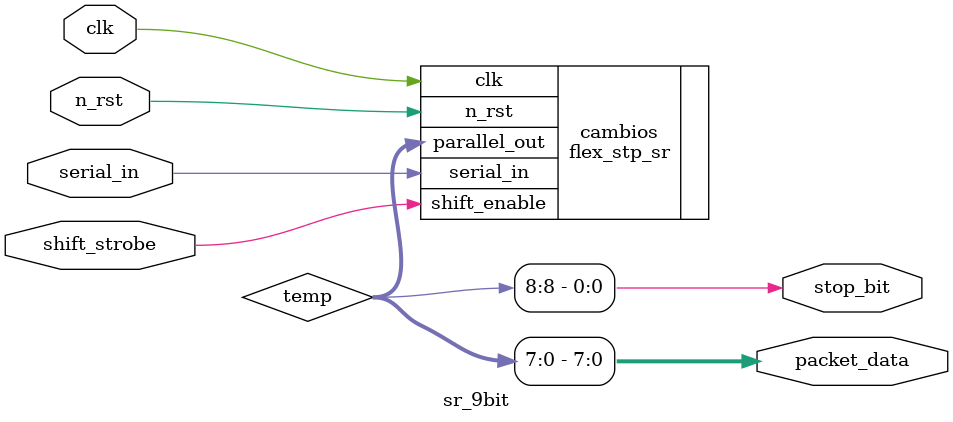
<source format=sv>
module sr_9bit(
input wire clk,
input wire n_rst,
input wire shift_strobe,
input wire serial_in,
output wire [7:0]packet_data,
output wire stop_bit);

wire [8:0]temp;

flex_stp_sr #(9,0) cambios (.clk(clk), .n_rst(n_rst), .shift_enable(shift_strobe), .serial_in(serial_in), .parallel_out(temp));
assign packet_data = temp[7:0];
assign stop_bit = temp[8];

endmodule


</source>
